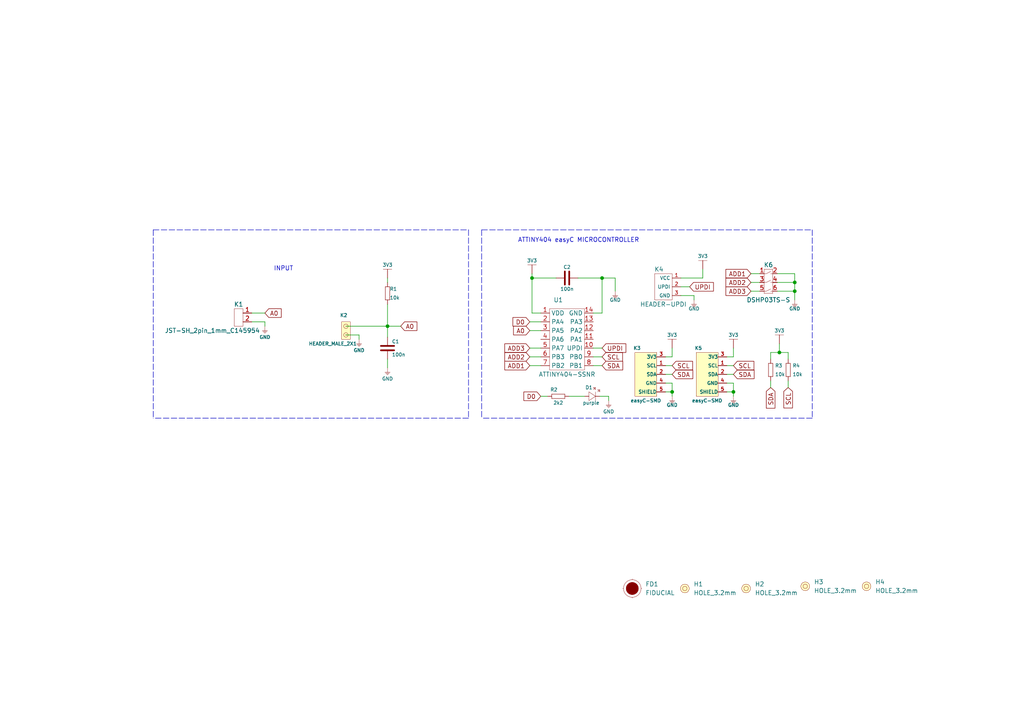
<source format=kicad_sch>
(kicad_sch (version 20211123) (generator eeschema)

  (uuid 48eb87b9-c4c0-4008-807b-b33f5ce894f9)

  (paper "A4")

  (title_block
    (title "Simple fire sensor board with easyC")
    (date "2022-02-14")
    (rev "V1.1.2.")
    (company "SOLDERED")
    (comment 1 "333042")
  )

  (lib_symbols
    (symbol "e-radionica.com schematics:0402LED" (pin_numbers hide) (pin_names (offset 0.254) hide) (in_bom yes) (on_board yes)
      (property "Reference" "D" (id 0) (at -0.635 2.54 0)
        (effects (font (size 1 1)))
      )
      (property "Value" "0402LED" (id 1) (at 0 -2.54 0)
        (effects (font (size 1 1)))
      )
      (property "Footprint" "e-radionica.com footprinti:0402LED" (id 2) (at 0 5.08 0)
        (effects (font (size 1 1)) hide)
      )
      (property "Datasheet" "" (id 3) (at 0 0 0)
        (effects (font (size 1 1)) hide)
      )
      (property "Package" "0402" (id 4) (at 0 0 0)
        (effects (font (size 1.27 1.27)) hide)
      )
      (symbol "0402LED_0_1"
        (polyline
          (pts
            (xy -0.635 1.27)
            (xy 1.27 0)
          )
          (stroke (width 0.0006) (type default) (color 0 0 0 0))
          (fill (type none))
        )
        (polyline
          (pts
            (xy 0.635 1.905)
            (xy 1.27 2.54)
          )
          (stroke (width 0.0006) (type default) (color 0 0 0 0))
          (fill (type none))
        )
        (polyline
          (pts
            (xy 1.27 1.27)
            (xy 1.27 -1.27)
          )
          (stroke (width 0.0006) (type default) (color 0 0 0 0))
          (fill (type none))
        )
        (polyline
          (pts
            (xy 1.905 1.27)
            (xy 2.54 1.905)
          )
          (stroke (width 0.0006) (type default) (color 0 0 0 0))
          (fill (type none))
        )
        (polyline
          (pts
            (xy -0.635 1.27)
            (xy -0.635 -1.27)
            (xy 1.27 0)
          )
          (stroke (width 0.0006) (type default) (color 0 0 0 0))
          (fill (type none))
        )
        (polyline
          (pts
            (xy 1.27 2.54)
            (xy 0.635 2.54)
            (xy 1.27 1.905)
            (xy 1.27 2.54)
          )
          (stroke (width 0.0006) (type default) (color 0 0 0 0))
          (fill (type none))
        )
        (polyline
          (pts
            (xy 2.54 1.905)
            (xy 1.905 1.905)
            (xy 2.54 1.27)
            (xy 2.54 1.905)
          )
          (stroke (width 0.0006) (type default) (color 0 0 0 0))
          (fill (type none))
        )
      )
      (symbol "0402LED_1_1"
        (pin passive line (at -1.905 0 0) (length 1.27)
          (name "A" (effects (font (size 1.27 1.27))))
          (number "1" (effects (font (size 1.27 1.27))))
        )
        (pin passive line (at 2.54 0 180) (length 1.27)
          (name "K" (effects (font (size 1.27 1.27))))
          (number "2" (effects (font (size 1.27 1.27))))
        )
      )
    )
    (symbol "e-radionica.com schematics:0402R" (pin_numbers hide) (pin_names (offset 0.254)) (in_bom yes) (on_board yes)
      (property "Reference" "R" (id 0) (at -1.905 1.27 0)
        (effects (font (size 1 1)))
      )
      (property "Value" "0402R" (id 1) (at 0 -1.27 0)
        (effects (font (size 1 1)))
      )
      (property "Footprint" "e-radionica.com footprinti:0402R" (id 2) (at -2.54 1.905 0)
        (effects (font (size 1 1)) hide)
      )
      (property "Datasheet" "" (id 3) (at -2.54 1.905 0)
        (effects (font (size 1 1)) hide)
      )
      (symbol "0402R_0_1"
        (rectangle (start -1.905 -0.635) (end 1.905 -0.6604)
          (stroke (width 0.1) (type default) (color 0 0 0 0))
          (fill (type none))
        )
        (rectangle (start -1.905 0.635) (end -1.8796 -0.635)
          (stroke (width 0.1) (type default) (color 0 0 0 0))
          (fill (type none))
        )
        (rectangle (start -1.905 0.635) (end 1.905 0.6096)
          (stroke (width 0.1) (type default) (color 0 0 0 0))
          (fill (type none))
        )
        (rectangle (start 1.905 0.635) (end 1.9304 -0.635)
          (stroke (width 0.1) (type default) (color 0 0 0 0))
          (fill (type none))
        )
      )
      (symbol "0402R_1_1"
        (pin passive line (at -3.175 0 0) (length 1.27)
          (name "~" (effects (font (size 1.27 1.27))))
          (number "1" (effects (font (size 1.27 1.27))))
        )
        (pin passive line (at 3.175 0 180) (length 1.27)
          (name "~" (effects (font (size 1.27 1.27))))
          (number "2" (effects (font (size 1.27 1.27))))
        )
      )
    )
    (symbol "e-radionica.com schematics:0603C" (pin_numbers hide) (pin_names (offset 0.002)) (in_bom yes) (on_board yes)
      (property "Reference" "C" (id 0) (at -0.635 3.175 0)
        (effects (font (size 1 1)))
      )
      (property "Value" "0603C" (id 1) (at 0 -3.175 0)
        (effects (font (size 1 1)))
      )
      (property "Footprint" "e-radionica.com footprinti:0603C" (id 2) (at 0 0 0)
        (effects (font (size 1 1)) hide)
      )
      (property "Datasheet" "" (id 3) (at 0 0 0)
        (effects (font (size 1 1)) hide)
      )
      (symbol "0603C_0_1"
        (polyline
          (pts
            (xy -0.635 1.905)
            (xy -0.635 -1.905)
          )
          (stroke (width 0.5) (type default) (color 0 0 0 0))
          (fill (type none))
        )
        (polyline
          (pts
            (xy 0.635 1.905)
            (xy 0.635 -1.905)
          )
          (stroke (width 0.5) (type default) (color 0 0 0 0))
          (fill (type none))
        )
      )
      (symbol "0603C_1_1"
        (pin passive line (at -3.175 0 0) (length 2.54)
          (name "~" (effects (font (size 1.27 1.27))))
          (number "1" (effects (font (size 1.27 1.27))))
        )
        (pin passive line (at 3.175 0 180) (length 2.54)
          (name "~" (effects (font (size 1.27 1.27))))
          (number "2" (effects (font (size 1.27 1.27))))
        )
      )
    )
    (symbol "e-radionica.com schematics:0603R" (pin_numbers hide) (pin_names (offset 0.254)) (in_bom yes) (on_board yes)
      (property "Reference" "R" (id 0) (at -1.905 1.905 0)
        (effects (font (size 1 1)))
      )
      (property "Value" "0603R" (id 1) (at 0 -1.905 0)
        (effects (font (size 1 1)))
      )
      (property "Footprint" "e-radionica.com footprinti:0603R" (id 2) (at -0.635 1.905 0)
        (effects (font (size 1 1)) hide)
      )
      (property "Datasheet" "" (id 3) (at -0.635 1.905 0)
        (effects (font (size 1 1)) hide)
      )
      (symbol "0603R_0_1"
        (rectangle (start -1.905 -0.635) (end 1.905 -0.6604)
          (stroke (width 0.1) (type default) (color 0 0 0 0))
          (fill (type none))
        )
        (rectangle (start -1.905 0.635) (end -1.8796 -0.635)
          (stroke (width 0.1) (type default) (color 0 0 0 0))
          (fill (type none))
        )
        (rectangle (start -1.905 0.635) (end 1.905 0.6096)
          (stroke (width 0.1) (type default) (color 0 0 0 0))
          (fill (type none))
        )
        (rectangle (start 1.905 0.635) (end 1.9304 -0.635)
          (stroke (width 0.1) (type default) (color 0 0 0 0))
          (fill (type none))
        )
      )
      (symbol "0603R_1_1"
        (pin passive line (at -3.175 0 0) (length 1.27)
          (name "~" (effects (font (size 1.27 1.27))))
          (number "1" (effects (font (size 1.27 1.27))))
        )
        (pin passive line (at 3.175 0 180) (length 1.27)
          (name "~" (effects (font (size 1.27 1.27))))
          (number "2" (effects (font (size 1.27 1.27))))
        )
      )
    )
    (symbol "e-radionica.com schematics:3V3" (power) (pin_names (offset 0)) (in_bom yes) (on_board yes)
      (property "Reference" "#PWR" (id 0) (at 4.445 0 0)
        (effects (font (size 1 1)) hide)
      )
      (property "Value" "3V3" (id 1) (at 0 3.556 0)
        (effects (font (size 1 1)))
      )
      (property "Footprint" "" (id 2) (at 4.445 3.81 0)
        (effects (font (size 1 1)) hide)
      )
      (property "Datasheet" "" (id 3) (at 4.445 3.81 0)
        (effects (font (size 1 1)) hide)
      )
      (property "ki_keywords" "power-flag" (id 4) (at 0 0 0)
        (effects (font (size 1.27 1.27)) hide)
      )
      (property "ki_description" "Power symbol creates a global label with name \"+3V3\"" (id 5) (at 0 0 0)
        (effects (font (size 1.27 1.27)) hide)
      )
      (symbol "3V3_0_1"
        (polyline
          (pts
            (xy -1.27 2.54)
            (xy 1.27 2.54)
          )
          (stroke (width 0.0006) (type default) (color 0 0 0 0))
          (fill (type none))
        )
        (polyline
          (pts
            (xy 0 0)
            (xy 0 2.54)
          )
          (stroke (width 0) (type default) (color 0 0 0 0))
          (fill (type none))
        )
      )
      (symbol "3V3_1_1"
        (pin power_in line (at 0 0 90) (length 0) hide
          (name "3V3" (effects (font (size 1.27 1.27))))
          (number "1" (effects (font (size 1.27 1.27))))
        )
      )
    )
    (symbol "e-radionica.com schematics:ATTINY404-SSNR" (in_bom yes) (on_board yes)
      (property "Reference" "U" (id 0) (at -5.08 10.16 0)
        (effects (font (size 1.27 1.27)))
      )
      (property "Value" "ATTINY404-SSNR" (id 1) (at 0 -10.16 0)
        (effects (font (size 1.27 1.27)))
      )
      (property "Footprint" "e-radionica.com footprinti:SOIC-14" (id 2) (at 0 -11.43 0)
        (effects (font (size 1.27 1.27)) hide)
      )
      (property "Datasheet" "" (id 3) (at 0 -2.54 0)
        (effects (font (size 1.27 1.27)) hide)
      )
      (symbol "ATTINY404-SSNR_0_1"
        (rectangle (start -5.08 8.89) (end 5.08 -8.89)
          (stroke (width 0.0006) (type default) (color 0 0 0 0))
          (fill (type none))
        )
      )
      (symbol "ATTINY404-SSNR_1_1"
        (pin power_in line (at -7.62 7.62 0) (length 2.54)
          (name "VDD" (effects (font (size 1.27 1.27))))
          (number "1" (effects (font (size 1.27 1.27))))
        )
        (pin bidirectional line (at 7.62 -2.54 180) (length 2.54)
          (name "UPDI" (effects (font (size 1.27 1.27))))
          (number "10" (effects (font (size 1.27 1.27))))
        )
        (pin bidirectional line (at 7.62 0 180) (length 2.54)
          (name "PA1" (effects (font (size 1.27 1.27))))
          (number "11" (effects (font (size 1.27 1.27))))
        )
        (pin bidirectional line (at 7.62 2.54 180) (length 2.54)
          (name "PA2" (effects (font (size 1.27 1.27))))
          (number "12" (effects (font (size 1.27 1.27))))
        )
        (pin bidirectional line (at 7.62 5.08 180) (length 2.54)
          (name "PA3" (effects (font (size 1.27 1.27))))
          (number "13" (effects (font (size 1.27 1.27))))
        )
        (pin power_in line (at 7.62 7.62 180) (length 2.54)
          (name "GND" (effects (font (size 1.27 1.27))))
          (number "14" (effects (font (size 1.27 1.27))))
        )
        (pin bidirectional line (at -7.62 5.08 0) (length 2.54)
          (name "PA4" (effects (font (size 1.27 1.27))))
          (number "2" (effects (font (size 1.27 1.27))))
        )
        (pin bidirectional line (at -7.62 2.54 0) (length 2.54)
          (name "PA5" (effects (font (size 1.27 1.27))))
          (number "3" (effects (font (size 1.27 1.27))))
        )
        (pin bidirectional line (at -7.62 0 0) (length 2.54)
          (name "PA6" (effects (font (size 1.27 1.27))))
          (number "4" (effects (font (size 1.27 1.27))))
        )
        (pin bidirectional line (at -7.62 -2.54 0) (length 2.54)
          (name "PA7" (effects (font (size 1.27 1.27))))
          (number "5" (effects (font (size 1.27 1.27))))
        )
        (pin bidirectional line (at -7.62 -5.08 0) (length 2.54)
          (name "PB3" (effects (font (size 1.27 1.27))))
          (number "6" (effects (font (size 1.27 1.27))))
        )
        (pin bidirectional line (at -7.62 -7.62 0) (length 2.54)
          (name "PB2" (effects (font (size 1.27 1.27))))
          (number "7" (effects (font (size 1.27 1.27))))
        )
        (pin bidirectional line (at 7.62 -7.62 180) (length 2.54)
          (name "PB1" (effects (font (size 1.27 1.27))))
          (number "8" (effects (font (size 1.27 1.27))))
        )
        (pin bidirectional line (at 7.62 -5.08 180) (length 2.54)
          (name "PB0" (effects (font (size 1.27 1.27))))
          (number "9" (effects (font (size 1.27 1.27))))
        )
      )
    )
    (symbol "e-radionica.com schematics:DSHP03TS-S" (in_bom yes) (on_board yes)
      (property "Reference" "K" (id 0) (at 0 5.08 0)
        (effects (font (size 1.27 1.27)))
      )
      (property "Value" "DSHP03TS-S" (id 1) (at 0 -5.08 0)
        (effects (font (size 1.27 1.27)))
      )
      (property "Footprint" "e-radionica.com footprinti:DSHP03TS-S" (id 2) (at -1.27 -7.62 0)
        (effects (font (size 1.27 1.27)) hide)
      )
      (property "Datasheet" "" (id 3) (at 0 0 0)
        (effects (font (size 1.27 1.27)) hide)
      )
      (property "ki_keywords" "DIP SW SWITCH " (id 4) (at 0 0 0)
        (effects (font (size 1.27 1.27)) hide)
      )
      (symbol "DSHP03TS-S_0_1"
        (rectangle (start -1.27 3.81) (end 1.27 -3.175)
          (stroke (width 0.0006) (type default) (color 0 0 0 0))
          (fill (type none))
        )
        (polyline
          (pts
            (xy 1.27 -2.54)
            (xy 0.635 -2.54)
          )
          (stroke (width 0.0006) (type default) (color 0 0 0 0))
          (fill (type none))
        )
        (polyline
          (pts
            (xy 1.27 0)
            (xy 0.635 0)
          )
          (stroke (width 0.0006) (type default) (color 0 0 0 0))
          (fill (type none))
        )
        (polyline
          (pts
            (xy 1.27 2.54)
            (xy 0.635 2.54)
          )
          (stroke (width 0.0006) (type default) (color 0 0 0 0))
          (fill (type none))
        )
        (polyline
          (pts
            (xy -1.27 -2.54)
            (xy -0.635 -2.54)
            (xy 0.635 -1.905)
          )
          (stroke (width 0.0006) (type default) (color 0 0 0 0))
          (fill (type none))
        )
        (polyline
          (pts
            (xy -1.27 0)
            (xy -0.635 0)
            (xy 0.635 0.635)
          )
          (stroke (width 0.0006) (type default) (color 0 0 0 0))
          (fill (type none))
        )
        (polyline
          (pts
            (xy -1.27 2.54)
            (xy -0.635 2.54)
            (xy 0.635 3.175)
          )
          (stroke (width 0.0006) (type default) (color 0 0 0 0))
          (fill (type none))
        )
      )
      (symbol "DSHP03TS-S_1_1"
        (pin bidirectional line (at -2.54 2.54 0) (length 1.27)
          (name "~" (effects (font (size 1.27 1.27))))
          (number "1" (effects (font (size 1.27 1.27))))
        )
        (pin bidirectional line (at 2.54 2.54 180) (length 1.27)
          (name "~" (effects (font (size 1.27 1.27))))
          (number "2" (effects (font (size 1.27 1.27))))
        )
        (pin bidirectional line (at -2.54 0 0) (length 1.27)
          (name "~" (effects (font (size 1.27 1.27))))
          (number "3" (effects (font (size 1.27 1.27))))
        )
        (pin bidirectional line (at 2.54 0 180) (length 1.27)
          (name "~" (effects (font (size 1.27 1.27))))
          (number "4" (effects (font (size 1.27 1.27))))
        )
        (pin bidirectional line (at -2.54 -2.54 0) (length 1.27)
          (name "~" (effects (font (size 1.27 1.27))))
          (number "5" (effects (font (size 1.27 1.27))))
        )
        (pin bidirectional line (at 2.54 -2.54 180) (length 1.27)
          (name "~" (effects (font (size 1.27 1.27))))
          (number "6" (effects (font (size 1.27 1.27))))
        )
      )
    )
    (symbol "e-radionica.com schematics:FIDUCIAL" (in_bom yes) (on_board yes)
      (property "Reference" "FD" (id 0) (at 0 3.81 0)
        (effects (font (size 1.27 1.27)))
      )
      (property "Value" "FIDUCIAL" (id 1) (at 0 -3.81 0)
        (effects (font (size 1.27 1.27)))
      )
      (property "Footprint" "e-radionica.com footprinti:FIDUCIAL_23" (id 2) (at 0.254 -5.334 0)
        (effects (font (size 1.27 1.27)) hide)
      )
      (property "Datasheet" "" (id 3) (at 0 0 0)
        (effects (font (size 1.27 1.27)) hide)
      )
      (symbol "FIDUCIAL_0_1"
        (polyline
          (pts
            (xy -2.54 0)
            (xy -2.794 0)
          )
          (stroke (width 0.0006) (type default) (color 0 0 0 0))
          (fill (type none))
        )
        (polyline
          (pts
            (xy 0 -2.54)
            (xy 0 -2.794)
          )
          (stroke (width 0.0006) (type default) (color 0 0 0 0))
          (fill (type none))
        )
        (polyline
          (pts
            (xy 0 2.54)
            (xy 0 2.794)
          )
          (stroke (width 0.0006) (type default) (color 0 0 0 0))
          (fill (type none))
        )
        (polyline
          (pts
            (xy 2.54 0)
            (xy 2.794 0)
          )
          (stroke (width 0.0006) (type default) (color 0 0 0 0))
          (fill (type none))
        )
        (circle (center 0 0) (radius 1.7961)
          (stroke (width 0.001) (type default) (color 0 0 0 0))
          (fill (type outline))
        )
        (circle (center 0 0) (radius 2.54)
          (stroke (width 0.0006) (type default) (color 0 0 0 0))
          (fill (type none))
        )
      )
    )
    (symbol "e-radionica.com schematics:GND" (power) (pin_names (offset 0)) (in_bom yes) (on_board yes)
      (property "Reference" "#PWR" (id 0) (at 4.445 0 0)
        (effects (font (size 1 1)) hide)
      )
      (property "Value" "GND" (id 1) (at 0 -2.921 0)
        (effects (font (size 1 1)))
      )
      (property "Footprint" "" (id 2) (at 4.445 3.81 0)
        (effects (font (size 1 1)) hide)
      )
      (property "Datasheet" "" (id 3) (at 4.445 3.81 0)
        (effects (font (size 1 1)) hide)
      )
      (property "ki_keywords" "power-flag" (id 4) (at 0 0 0)
        (effects (font (size 1.27 1.27)) hide)
      )
      (property "ki_description" "Power symbol creates a global label with name \"+3V3\"" (id 5) (at 0 0 0)
        (effects (font (size 1.27 1.27)) hide)
      )
      (symbol "GND_0_1"
        (polyline
          (pts
            (xy -0.762 -1.27)
            (xy 0.762 -1.27)
          )
          (stroke (width 0.0006) (type default) (color 0 0 0 0))
          (fill (type none))
        )
        (polyline
          (pts
            (xy -0.635 -1.524)
            (xy 0.635 -1.524)
          )
          (stroke (width 0.0006) (type default) (color 0 0 0 0))
          (fill (type none))
        )
        (polyline
          (pts
            (xy -0.381 -1.778)
            (xy 0.381 -1.778)
          )
          (stroke (width 0.0006) (type default) (color 0 0 0 0))
          (fill (type none))
        )
        (polyline
          (pts
            (xy -0.127 -2.032)
            (xy 0.127 -2.032)
          )
          (stroke (width 0.0006) (type default) (color 0 0 0 0))
          (fill (type none))
        )
        (polyline
          (pts
            (xy 0 0)
            (xy 0 -1.27)
          )
          (stroke (width 0.0006) (type default) (color 0 0 0 0))
          (fill (type none))
        )
      )
      (symbol "GND_1_1"
        (pin power_in line (at 0 0 270) (length 0) hide
          (name "GND" (effects (font (size 1.27 1.27))))
          (number "1" (effects (font (size 1.27 1.27))))
        )
      )
    )
    (symbol "e-radionica.com schematics:HEADER-UPDI" (in_bom yes) (on_board yes)
      (property "Reference" "K" (id 0) (at -1.27 5.08 0)
        (effects (font (size 1.27 1.27)))
      )
      (property "Value" "HEADER-UPDI" (id 1) (at 0 -5.08 0)
        (effects (font (size 1.27 1.27)))
      )
      (property "Footprint" "e-radionica.com footprinti:HEADER-UPDI" (id 2) (at 2.54 -7.62 0)
        (effects (font (size 1.27 1.27)) hide)
      )
      (property "Datasheet" "" (id 3) (at 2.54 0 0)
        (effects (font (size 1.27 1.27)) hide)
      )
      (symbol "HEADER-UPDI_0_1"
        (rectangle (start -2.54 3.81) (end 2.54 -3.81)
          (stroke (width 0.0006) (type default) (color 0 0 0 0))
          (fill (type none))
        )
      )
      (symbol "HEADER-UPDI_1_1"
        (pin power_in line (at 5.08 2.54 180) (length 2.54)
          (name "VCC" (effects (font (size 1 1))))
          (number "1" (effects (font (size 1 1))))
        )
        (pin bidirectional line (at 5.08 0 180) (length 2.54)
          (name "UPDI" (effects (font (size 1 1))))
          (number "2" (effects (font (size 1 1))))
        )
        (pin power_in line (at 5.08 -2.54 180) (length 2.54)
          (name "GND" (effects (font (size 1 1))))
          (number "3" (effects (font (size 1 1))))
        )
      )
    )
    (symbol "e-radionica.com schematics:HEADER_MALE_2X1" (pin_numbers hide) (pin_names hide) (in_bom yes) (on_board yes)
      (property "Reference" "K" (id 0) (at -1.27 5.08 0)
        (effects (font (size 1 1)))
      )
      (property "Value" "HEADER_MALE_2X1" (id 1) (at 0 -2.54 0)
        (effects (font (size 1 1)))
      )
      (property "Footprint" "e-radionica.com footprinti:HEADER_MALE_2X1" (id 2) (at 0 0 0)
        (effects (font (size 1 1)) hide)
      )
      (property "Datasheet" "" (id 3) (at 0 0 0)
        (effects (font (size 1 1)) hide)
      )
      (symbol "HEADER_MALE_2X1_0_1"
        (circle (center 0 0) (radius 0.635)
          (stroke (width 0.0006) (type default) (color 0 0 0 0))
          (fill (type none))
        )
        (circle (center 0 2.54) (radius 0.635)
          (stroke (width 0.0006) (type default) (color 0 0 0 0))
          (fill (type none))
        )
        (rectangle (start 1.27 -1.27) (end -1.27 3.81)
          (stroke (width 0.001) (type default) (color 0 0 0 0))
          (fill (type background))
        )
      )
      (symbol "HEADER_MALE_2X1_1_1"
        (pin passive line (at 0 0 180) (length 0)
          (name "~" (effects (font (size 1 1))))
          (number "1" (effects (font (size 1 1))))
        )
        (pin passive line (at 0 2.54 180) (length 0)
          (name "~" (effects (font (size 1 1))))
          (number "2" (effects (font (size 1 1))))
        )
      )
    )
    (symbol "e-radionica.com schematics:HOLE_3.2mm" (pin_numbers hide) (pin_names hide) (in_bom yes) (on_board yes)
      (property "Reference" "H" (id 0) (at 0 2.54 0)
        (effects (font (size 1.27 1.27)))
      )
      (property "Value" "HOLE_3.2mm" (id 1) (at 0 -2.54 0)
        (effects (font (size 1.27 1.27)))
      )
      (property "Footprint" "e-radionica.com footprinti:HOLE_3.2mm" (id 2) (at 0 0 0)
        (effects (font (size 1.27 1.27)) hide)
      )
      (property "Datasheet" "" (id 3) (at 0 0 0)
        (effects (font (size 1.27 1.27)) hide)
      )
      (symbol "HOLE_3.2mm_0_1"
        (circle (center 0 0) (radius 0.635)
          (stroke (width 0.0006) (type default) (color 0 0 0 0))
          (fill (type none))
        )
        (circle (center 0 0) (radius 1.27)
          (stroke (width 0.001) (type default) (color 0 0 0 0))
          (fill (type background))
        )
      )
    )
    (symbol "e-radionica.com schematics:JST-SH_2pin_1mm_C145954" (in_bom yes) (on_board yes)
      (property "Reference" "K" (id 0) (at 0 5.715 0)
        (effects (font (size 1.27 1.27)))
      )
      (property "Value" "JST-SH_2pin_1mm_C145954" (id 1) (at 0 -3.81 0)
        (effects (font (size 1.27 1.27)))
      )
      (property "Footprint" "e-radionica.com footprinti:JST-SH_2pin_1mm_C145954" (id 2) (at 0 0 0)
        (effects (font (size 1.27 1.27)) hide)
      )
      (property "Datasheet" "" (id 3) (at 0 0 0)
        (effects (font (size 1.27 1.27)) hide)
      )
      (symbol "JST-SH_2pin_1mm_C145954_0_1"
        (rectangle (start 1.27 -2.54) (end -1.27 2.54)
          (stroke (width 0.0006) (type default) (color 0 0 0 0))
          (fill (type none))
        )
      )
      (symbol "JST-SH_2pin_1mm_C145954_1_1"
        (pin passive line (at 3.81 1.27 180) (length 2.54)
          (name "" (effects (font (size 1.27 1.27))))
          (number "1" (effects (font (size 1.27 1.27))))
        )
        (pin passive line (at 3.81 -1.27 180) (length 2.54)
          (name "" (effects (font (size 1.27 1.27))))
          (number "2" (effects (font (size 1.27 1.27))))
        )
      )
    )
    (symbol "e-radionica.com schematics:easyC-SMD" (pin_names (offset 0.002)) (in_bom yes) (on_board yes)
      (property "Reference" "K" (id 0) (at -2.54 10.16 0)
        (effects (font (size 1 1)))
      )
      (property "Value" "easyC-SMD" (id 1) (at 0 -5.08 0)
        (effects (font (size 1 1)))
      )
      (property "Footprint" "e-radionica.com footprinti:easyC-connector" (id 2) (at 3.175 2.54 0)
        (effects (font (size 1 1)) hide)
      )
      (property "Datasheet" "" (id 3) (at 3.175 2.54 0)
        (effects (font (size 1 1)) hide)
      )
      (symbol "easyC-SMD_0_1"
        (rectangle (start -3.175 8.89) (end 3.175 -3.81)
          (stroke (width 0.001) (type default) (color 0 0 0 0))
          (fill (type background))
        )
      )
      (symbol "easyC-SMD_1_1"
        (pin passive line (at 5.715 5.08 180) (length 2.54)
          (name "SCL" (effects (font (size 1 1))))
          (number "1" (effects (font (size 1 1))))
        )
        (pin passive line (at 5.715 2.54 180) (length 2.54)
          (name "SDA" (effects (font (size 1 1))))
          (number "2" (effects (font (size 1 1))))
        )
        (pin passive line (at 5.715 7.62 180) (length 2.54)
          (name "3V3" (effects (font (size 1 1))))
          (number "3" (effects (font (size 1 1))))
        )
        (pin passive line (at 5.715 0 180) (length 2.54)
          (name "GND" (effects (font (size 1 1))))
          (number "4" (effects (font (size 1 1))))
        )
        (pin passive line (at 5.715 -2.54 180) (length 2.54)
          (name "SHIELD" (effects (font (size 1 1))))
          (number "5" (effects (font (size 1 1))))
        )
      )
    )
  )

  (junction (at 226.06 102.235) (diameter 0.9144) (color 0 0 0 0)
    (uuid 0b21a65d-d20b-411e-920a-75c343ac5136)
  )
  (junction (at 194.945 113.665) (diameter 0.9144) (color 0 0 0 0)
    (uuid 0f22151c-f260-4674-b486-4710a2c42a55)
  )
  (junction (at 174.625 80.645) (diameter 0.9144) (color 0 0 0 0)
    (uuid 1831fb37-1c5d-42c4-b898-151be6fca9dc)
  )
  (junction (at 230.505 81.915) (diameter 0.9144) (color 0 0 0 0)
    (uuid 3cd1bda0-18db-417d-b581-a0c50623df68)
  )
  (junction (at 154.305 80.645) (diameter 0.9144) (color 0 0 0 0)
    (uuid 9340c285-5767-42d5-8b6d-63fe2a40ddf3)
  )
  (junction (at 112.395 94.615) (diameter 0.9144) (color 0 0 0 0)
    (uuid c41b3c8b-634e-435a-b582-96b83bbd4032)
  )
  (junction (at 230.505 84.455) (diameter 0.9144) (color 0 0 0 0)
    (uuid d57dcfee-5058-4fc2-a68b-05f9a48f685b)
  )
  (junction (at 212.725 113.665) (diameter 0.9144) (color 0 0 0 0)
    (uuid fe8d9267-7834-48d6-a191-c8724b2ee78d)
  )

  (wire (pts (xy 153.67 106.045) (xy 156.845 106.045))
    (stroke (width 0) (type solid) (color 0 0 0 0))
    (uuid 0d9808a5-5ebe-4d3a-8238-3c1370fbe1ae)
  )
  (polyline (pts (xy 135.89 121.285) (xy 44.45 121.285))
    (stroke (width 0) (type dash) (color 0 0 0 0))
    (uuid 0eff9d40-eb8b-478e-a915-614f9827ff04)
  )
  (polyline (pts (xy 44.45 66.675) (xy 44.45 121.285))
    (stroke (width 0) (type dash) (color 0 0 0 0))
    (uuid 111d1c87-1852-4755-8a86-9e7351d5f2e4)
  )

  (wire (pts (xy 193.04 108.585) (xy 194.945 108.585))
    (stroke (width 0) (type solid) (color 0 0 0 0))
    (uuid 135ceb15-1df0-48a6-9202-a37c01b84f9a)
  )
  (wire (pts (xy 112.395 94.615) (xy 116.205 94.615))
    (stroke (width 0) (type solid) (color 0 0 0 0))
    (uuid 151ec4f7-5905-4d3c-bb74-026515353466)
  )
  (wire (pts (xy 193.04 103.505) (xy 194.945 103.505))
    (stroke (width 0) (type solid) (color 0 0 0 0))
    (uuid 16032b62-7ec0-4057-ae52-523501db9af8)
  )
  (wire (pts (xy 154.305 90.805) (xy 154.305 80.645))
    (stroke (width 0) (type solid) (color 0 0 0 0))
    (uuid 17f861f3-e618-4a08-bc99-36230ce76323)
  )
  (wire (pts (xy 194.945 111.125) (xy 194.945 113.665))
    (stroke (width 0) (type solid) (color 0 0 0 0))
    (uuid 19802bbb-cf67-471a-8d27-59f10f1160f0)
  )
  (wire (pts (xy 194.945 103.505) (xy 194.945 100.965))
    (stroke (width 0) (type solid) (color 0 0 0 0))
    (uuid 24a4becf-5fd5-4aaf-bb60-9f0d15654009)
  )
  (wire (pts (xy 225.425 79.375) (xy 230.505 79.375))
    (stroke (width 0) (type solid) (color 0 0 0 0))
    (uuid 26c0c636-7a93-4f85-bcd4-d5623a0ae011)
  )
  (wire (pts (xy 197.485 85.725) (xy 201.295 85.725))
    (stroke (width 0) (type solid) (color 0 0 0 0))
    (uuid 27d38adf-275f-49c1-81e2-3f7f252a9f7c)
  )
  (wire (pts (xy 203.835 80.645) (xy 203.835 78.105))
    (stroke (width 0) (type solid) (color 0 0 0 0))
    (uuid 28022833-f7c0-4628-93a4-4b28aa36c907)
  )
  (wire (pts (xy 225.425 81.915) (xy 230.505 81.915))
    (stroke (width 0) (type solid) (color 0 0 0 0))
    (uuid 2934d152-1620-423b-a303-86f677e01eb3)
  )
  (polyline (pts (xy 235.585 66.675) (xy 235.585 121.285))
    (stroke (width 0) (type dash) (color 0 0 0 0))
    (uuid 2f96005f-ec3a-4ed6-90b3-a2b6236cb704)
  )
  (polyline (pts (xy 139.7 66.675) (xy 235.585 66.675))
    (stroke (width 0) (type dash) (color 0 0 0 0))
    (uuid 30539df0-cce3-4e14-8fd8-19d35c65b007)
  )

  (wire (pts (xy 212.725 103.505) (xy 212.725 100.965))
    (stroke (width 0) (type solid) (color 0 0 0 0))
    (uuid 313054f2-e1fc-4fb5-881b-f0018122a5cc)
  )
  (wire (pts (xy 153.67 103.505) (xy 156.845 103.505))
    (stroke (width 0) (type solid) (color 0 0 0 0))
    (uuid 3230fd64-8598-4682-8de8-d0b580564743)
  )
  (wire (pts (xy 156.845 90.805) (xy 154.305 90.805))
    (stroke (width 0) (type solid) (color 0 0 0 0))
    (uuid 32515017-1b96-4909-9749-6dd5a9bf45f0)
  )
  (wire (pts (xy 112.395 88.265) (xy 112.395 94.615))
    (stroke (width 0) (type solid) (color 0 0 0 0))
    (uuid 33fd80db-678d-477b-b2ca-bf8237662b6d)
  )
  (wire (pts (xy 112.395 94.615) (xy 112.395 97.79))
    (stroke (width 0) (type solid) (color 0 0 0 0))
    (uuid 33fd80db-678d-477b-b2ca-bf8237662b6e)
  )
  (wire (pts (xy 174.625 80.645) (xy 174.625 90.805))
    (stroke (width 0) (type solid) (color 0 0 0 0))
    (uuid 34d0a3f4-913d-4910-8339-f8175dd74f28)
  )
  (wire (pts (xy 76.835 93.345) (xy 76.835 94.615))
    (stroke (width 0) (type solid) (color 0 0 0 0))
    (uuid 3a2d0333-f560-406f-b1a0-a5e893771f65)
  )
  (wire (pts (xy 193.04 113.665) (xy 194.945 113.665))
    (stroke (width 0) (type solid) (color 0 0 0 0))
    (uuid 3aaa5c8a-1e7d-4438-9c2d-f5de86a8eddd)
  )
  (wire (pts (xy 217.805 81.915) (xy 220.345 81.915))
    (stroke (width 0) (type solid) (color 0 0 0 0))
    (uuid 3ea4abb9-e394-492c-b14e-5bf25a0d8872)
  )
  (wire (pts (xy 210.82 108.585) (xy 212.725 108.585))
    (stroke (width 0) (type solid) (color 0 0 0 0))
    (uuid 40bf2330-48b6-4607-b56c-641df6d881b6)
  )
  (polyline (pts (xy 235.585 121.285) (xy 139.7 121.285))
    (stroke (width 0) (type dash) (color 0 0 0 0))
    (uuid 41d20c07-64d2-4cf9-b53b-82ed61d979d5)
  )

  (wire (pts (xy 154.305 80.645) (xy 154.305 79.375))
    (stroke (width 0) (type solid) (color 0 0 0 0))
    (uuid 4a29ea24-1497-4996-9334-dee288904dff)
  )
  (wire (pts (xy 194.945 113.665) (xy 194.945 114.935))
    (stroke (width 0) (type solid) (color 0 0 0 0))
    (uuid 527c4304-3adc-4378-909a-e8a8cab32605)
  )
  (wire (pts (xy 153.67 95.885) (xy 156.845 95.885))
    (stroke (width 0) (type solid) (color 0 0 0 0))
    (uuid 55fdb938-a1ae-4ab3-afd8-1e6041c8e013)
  )
  (wire (pts (xy 210.82 103.505) (xy 212.725 103.505))
    (stroke (width 0) (type solid) (color 0 0 0 0))
    (uuid 567ec1fc-5ccf-49a7-b7d0-97425e66ddca)
  )
  (wire (pts (xy 228.6 102.235) (xy 226.06 102.235))
    (stroke (width 0) (type solid) (color 0 0 0 0))
    (uuid 577f5d00-87ad-42a3-bf98-72a44becb5f5)
  )
  (wire (pts (xy 223.52 104.14) (xy 223.52 102.235))
    (stroke (width 0) (type solid) (color 0 0 0 0))
    (uuid 5fb4cc96-15eb-45f4-9c80-1eccead12419)
  )
  (wire (pts (xy 212.725 111.125) (xy 212.725 113.665))
    (stroke (width 0) (type solid) (color 0 0 0 0))
    (uuid 64d9000b-c4ae-4c71-96b6-312d0b97a2dc)
  )
  (wire (pts (xy 225.425 84.455) (xy 230.505 84.455))
    (stroke (width 0) (type solid) (color 0 0 0 0))
    (uuid 66ce4891-1b14-4c6b-9fac-53e2d8f03e49)
  )
  (wire (pts (xy 197.485 80.645) (xy 203.835 80.645))
    (stroke (width 0) (type solid) (color 0 0 0 0))
    (uuid 6901a0d0-ed11-4b67-9fbe-f381980fe942)
  )
  (wire (pts (xy 223.52 110.49) (xy 223.52 112.395))
    (stroke (width 0) (type solid) (color 0 0 0 0))
    (uuid 6d0965a4-60a4-4906-8141-23240cabfd26)
  )
  (wire (pts (xy 112.395 81.915) (xy 112.395 80.645))
    (stroke (width 0) (type solid) (color 0 0 0 0))
    (uuid 71284a90-bd3c-4d98-b382-3e5eeff9407c)
  )
  (wire (pts (xy 223.52 102.235) (xy 226.06 102.235))
    (stroke (width 0) (type solid) (color 0 0 0 0))
    (uuid 73344c26-a199-44af-9d01-4196f6073a42)
  )
  (wire (pts (xy 212.725 113.665) (xy 212.725 114.935))
    (stroke (width 0) (type solid) (color 0 0 0 0))
    (uuid 76a61ba5-f729-47c9-8fc2-a73b9f1355f4)
  )
  (wire (pts (xy 156.845 114.935) (xy 158.75 114.935))
    (stroke (width 0) (type solid) (color 0 0 0 0))
    (uuid 7e9ab479-24f5-458c-9c65-fb3a88e3ac95)
  )
  (wire (pts (xy 230.505 79.375) (xy 230.505 81.915))
    (stroke (width 0) (type solid) (color 0 0 0 0))
    (uuid 800adca4-20a2-4847-99f1-74d29ad49e2b)
  )
  (wire (pts (xy 176.53 114.935) (xy 176.53 116.205))
    (stroke (width 0) (type solid) (color 0 0 0 0))
    (uuid 85b6712b-0286-4a10-a9d2-881449e8f469)
  )
  (wire (pts (xy 165.1 114.935) (xy 169.545 114.935))
    (stroke (width 0) (type solid) (color 0 0 0 0))
    (uuid 8b1f9cd6-d650-4598-829d-646a0d28e499)
  )
  (wire (pts (xy 178.435 80.645) (xy 178.435 84.455))
    (stroke (width 0) (type solid) (color 0 0 0 0))
    (uuid 8e6b36b5-a17a-4eff-a1a5-b6714de659f1)
  )
  (wire (pts (xy 217.805 84.455) (xy 220.345 84.455))
    (stroke (width 0) (type solid) (color 0 0 0 0))
    (uuid 926bfb3b-f75c-4777-acab-3badf5b95d26)
  )
  (wire (pts (xy 100.33 97.155) (xy 104.14 97.155))
    (stroke (width 0) (type solid) (color 0 0 0 0))
    (uuid 9445ce53-9baa-4a7a-8a69-715f5a95df92)
  )
  (wire (pts (xy 230.505 84.455) (xy 230.505 86.995))
    (stroke (width 0) (type solid) (color 0 0 0 0))
    (uuid 946205a7-9997-4c6f-a18e-964ddce7af3f)
  )
  (wire (pts (xy 226.06 102.235) (xy 226.06 99.695))
    (stroke (width 0) (type solid) (color 0 0 0 0))
    (uuid 96f74fb7-2d45-465e-b015-73ccda2c1cee)
  )
  (wire (pts (xy 230.505 81.915) (xy 230.505 84.455))
    (stroke (width 0) (type solid) (color 0 0 0 0))
    (uuid 9b475a14-5a81-4f42-92f2-1ca43840053d)
  )
  (wire (pts (xy 210.82 113.665) (xy 212.725 113.665))
    (stroke (width 0) (type solid) (color 0 0 0 0))
    (uuid 9c2d5fe3-b562-4293-964a-8c66d1510256)
  )
  (wire (pts (xy 174.625 90.805) (xy 172.085 90.805))
    (stroke (width 0) (type solid) (color 0 0 0 0))
    (uuid 9d1d4b87-b620-452d-8bbb-55efe6a6a053)
  )
  (wire (pts (xy 167.64 80.645) (xy 174.625 80.645))
    (stroke (width 0) (type solid) (color 0 0 0 0))
    (uuid 9d27e6bd-b0c4-4472-9527-c3f4906c0a78)
  )
  (wire (pts (xy 112.395 104.14) (xy 112.395 106.68))
    (stroke (width 0) (type solid) (color 0 0 0 0))
    (uuid 9de8b65a-7a50-4877-8272-58bfc27515ca)
  )
  (polyline (pts (xy 44.45 66.675) (xy 135.89 66.675))
    (stroke (width 0) (type dash) (color 0 0 0 0))
    (uuid 9e1458ce-86e2-4d31-86ce-c0dad3c275cd)
  )

  (wire (pts (xy 197.485 83.185) (xy 200.025 83.185))
    (stroke (width 0) (type solid) (color 0 0 0 0))
    (uuid a015df6e-6191-41df-8bd8-95abd8c9e95e)
  )
  (wire (pts (xy 153.67 100.965) (xy 156.845 100.965))
    (stroke (width 0) (type solid) (color 0 0 0 0))
    (uuid a51efa6f-88d6-4df7-8795-b487bb903db3)
  )
  (polyline (pts (xy 139.7 66.675) (xy 139.7 121.285))
    (stroke (width 0) (type dash) (color 0 0 0 0))
    (uuid ad639d08-3b5b-426d-b7ba-0d41d30916f2)
  )

  (wire (pts (xy 172.085 100.965) (xy 174.625 100.965))
    (stroke (width 0) (type solid) (color 0 0 0 0))
    (uuid b1e7ee57-c122-4d9b-aca5-518ccf71de45)
  )
  (wire (pts (xy 228.6 104.14) (xy 228.6 102.235))
    (stroke (width 0) (type solid) (color 0 0 0 0))
    (uuid b5c5408a-9ec5-47e0-9176-205b975ffbbd)
  )
  (wire (pts (xy 210.82 111.125) (xy 212.725 111.125))
    (stroke (width 0) (type solid) (color 0 0 0 0))
    (uuid b6325c24-3b4e-4f71-9fc6-a768473ee3e4)
  )
  (wire (pts (xy 217.805 79.375) (xy 220.345 79.375))
    (stroke (width 0) (type solid) (color 0 0 0 0))
    (uuid b7feaa97-020b-4d1b-90a3-74a4f67c3ef2)
  )
  (wire (pts (xy 173.99 114.935) (xy 176.53 114.935))
    (stroke (width 0) (type solid) (color 0 0 0 0))
    (uuid b8f28d5a-4b44-4a2d-a195-bd3384cd65d7)
  )
  (wire (pts (xy 172.085 106.045) (xy 174.625 106.045))
    (stroke (width 0) (type solid) (color 0 0 0 0))
    (uuid b95817b1-9cd7-41c1-9a01-913ef7491916)
  )
  (wire (pts (xy 73.025 93.345) (xy 76.835 93.345))
    (stroke (width 0) (type solid) (color 0 0 0 0))
    (uuid bd9b9023-e92e-4fbd-afdf-bb8117773d70)
  )
  (wire (pts (xy 161.29 80.645) (xy 154.305 80.645))
    (stroke (width 0) (type solid) (color 0 0 0 0))
    (uuid c2d6c70b-e525-4289-ae55-01add762c487)
  )
  (wire (pts (xy 228.6 110.49) (xy 228.6 112.395))
    (stroke (width 0) (type solid) (color 0 0 0 0))
    (uuid cb503845-9e83-4ff3-b796-43c696b0b876)
  )
  (wire (pts (xy 193.04 106.045) (xy 194.945 106.045))
    (stroke (width 0) (type solid) (color 0 0 0 0))
    (uuid df4b4017-b2ac-4e13-bedf-5f5c503407ad)
  )
  (wire (pts (xy 73.025 90.805) (xy 76.835 90.805))
    (stroke (width 0) (type solid) (color 0 0 0 0))
    (uuid e2659221-f27f-4031-8aff-2ce1cefc59cf)
  )
  (wire (pts (xy 100.33 94.615) (xy 112.395 94.615))
    (stroke (width 0) (type solid) (color 0 0 0 0))
    (uuid e7c19c9f-bc08-455d-b0ba-b8ca3392132f)
  )
  (polyline (pts (xy 135.89 66.675) (xy 135.89 121.285))
    (stroke (width 0) (type dash) (color 0 0 0 0))
    (uuid ea11fb5c-72fb-4abf-8264-64ef949c6ec5)
  )

  (wire (pts (xy 172.085 103.505) (xy 174.625 103.505))
    (stroke (width 0) (type solid) (color 0 0 0 0))
    (uuid ebf77a31-98f4-4dbe-9475-c64442d9b92e)
  )
  (wire (pts (xy 210.82 106.045) (xy 212.725 106.045))
    (stroke (width 0) (type solid) (color 0 0 0 0))
    (uuid ec54d369-29f8-4d0b-a48a-6afcb451a9fa)
  )
  (wire (pts (xy 174.625 80.645) (xy 178.435 80.645))
    (stroke (width 0) (type solid) (color 0 0 0 0))
    (uuid ec971691-6ee0-4c2a-9e88-06cbe0d2fa1b)
  )
  (wire (pts (xy 201.295 85.725) (xy 201.295 86.995))
    (stroke (width 0) (type solid) (color 0 0 0 0))
    (uuid ee39448d-6e34-4c4b-b9e9-56a810b8a308)
  )
  (wire (pts (xy 153.67 93.345) (xy 156.845 93.345))
    (stroke (width 0) (type solid) (color 0 0 0 0))
    (uuid fad7d531-1efc-442f-a95b-61cb85f60d16)
  )
  (wire (pts (xy 193.04 111.125) (xy 194.945 111.125))
    (stroke (width 0) (type solid) (color 0 0 0 0))
    (uuid fb8d4782-43d8-49fd-9787-f20eb3d0b2f2)
  )
  (wire (pts (xy 104.14 97.155) (xy 104.14 98.425))
    (stroke (width 0) (type solid) (color 0 0 0 0))
    (uuid fd9e9901-a6a6-45b8-ba9b-c2f38bb8031e)
  )

  (text "INPUT" (at 85.09 78.74 180)
    (effects (font (size 1.27 1.27)) (justify right bottom))
    (uuid 1d7d9069-8d3f-4a1c-988e-08cab65e8554)
  )
  (text "ATTINY404 easyC MICROCONTROLLER" (at 185.42 70.485 180)
    (effects (font (size 1.27 1.27)) (justify right bottom))
    (uuid a70e1778-f249-49b5-94f3-f4c070ddfb72)
  )

  (global_label "D0" (shape input) (at 153.67 93.345 180)
    (effects (font (size 1.27 1.27)) (justify right))
    (uuid 09bea0ea-7f1b-43a2-8700-172a53cc5844)
    (property "Intersheet References" "${INTERSHEET_REFS}" (id 0) (at 147.2534 93.2656 0)
      (effects (font (size 1.27 1.27)) (justify right) hide)
    )
  )
  (global_label "ADD1" (shape input) (at 153.67 106.045 180)
    (effects (font (size 1.27 1.27)) (justify right))
    (uuid 0a2ffd60-b663-4d58-848a-2591da30501a)
    (property "Intersheet References" "${INTERSHEET_REFS}" (id 0) (at 144.8948 105.9656 0)
      (effects (font (size 1.27 1.27)) (justify right) hide)
    )
  )
  (global_label "ADD1" (shape input) (at 217.805 79.375 180)
    (effects (font (size 1.27 1.27)) (justify right))
    (uuid 0e45e4fe-8025-4ca3-a0bc-808fa0238f48)
    (property "Intersheet References" "${INTERSHEET_REFS}" (id 0) (at 209.0298 79.2956 0)
      (effects (font (size 1.27 1.27)) (justify right) hide)
    )
  )
  (global_label "SDA" (shape input) (at 174.625 106.045 0)
    (effects (font (size 1.27 1.27)) (justify left))
    (uuid 24c58e55-ec85-42d5-9b41-fc1066c6cc61)
    (property "Intersheet References" "${INTERSHEET_REFS}" (id 0) (at 182.1302 106.1244 0)
      (effects (font (size 1.27 1.27)) (justify left) hide)
    )
  )
  (global_label "A0" (shape input) (at 76.835 90.805 0)
    (effects (font (size 1.27 1.27)) (justify left))
    (uuid 26a1fcdd-0cbc-44ae-94a1-2625854f9e30)
    (property "Intersheet References" "${INTERSHEET_REFS}" (id 0) (at 83.0702 90.7256 0)
      (effects (font (size 1.27 1.27)) (justify left) hide)
    )
  )
  (global_label "ADD2" (shape input) (at 153.67 103.505 180)
    (effects (font (size 1.27 1.27)) (justify right))
    (uuid 32f0e9d0-4788-4809-9f91-a29f8a72b122)
    (property "Intersheet References" "${INTERSHEET_REFS}" (id 0) (at 144.8948 103.4256 0)
      (effects (font (size 1.27 1.27)) (justify right) hide)
    )
  )
  (global_label "ADD3" (shape input) (at 217.805 84.455 180)
    (effects (font (size 1.27 1.27)) (justify right))
    (uuid 335172fa-9253-40f9-b170-b577ab955157)
    (property "Intersheet References" "${INTERSHEET_REFS}" (id 0) (at 209.0298 84.3756 0)
      (effects (font (size 1.27 1.27)) (justify right) hide)
    )
  )
  (global_label "SDA" (shape input) (at 212.725 108.585 0)
    (effects (font (size 1.27 1.27)) (justify left))
    (uuid 39140021-4d9b-4480-8884-f2cbdee91c85)
    (property "Intersheet References" "${INTERSHEET_REFS}" (id 0) (at 220.2302 108.5056 0)
      (effects (font (size 1.27 1.27)) (justify left) hide)
    )
  )
  (global_label "ADD2" (shape input) (at 217.805 81.915 180)
    (effects (font (size 1.27 1.27)) (justify right))
    (uuid 41c78b74-9264-4b32-8603-9406eb021e52)
    (property "Intersheet References" "${INTERSHEET_REFS}" (id 0) (at 209.0298 81.8356 0)
      (effects (font (size 1.27 1.27)) (justify right) hide)
    )
  )
  (global_label "SDA" (shape input) (at 223.52 112.395 270)
    (effects (font (size 1.27 1.27)) (justify right))
    (uuid 4bad6afa-f5bf-4e9b-897a-0d0e0afb35aa)
    (property "Intersheet References" "${INTERSHEET_REFS}" (id 0) (at 223.4406 119.9002 90)
      (effects (font (size 1.27 1.27)) (justify right) hide)
    )
  )
  (global_label "A0" (shape input) (at 153.67 95.885 180)
    (effects (font (size 1.27 1.27)) (justify right))
    (uuid 5a524fd2-af0c-41b5-b489-9894f0d2179c)
    (property "Intersheet References" "${INTERSHEET_REFS}" (id 0) (at 147.4348 95.8056 0)
      (effects (font (size 1.27 1.27)) (justify right) hide)
    )
  )
  (global_label "SCL" (shape input) (at 194.945 106.045 0)
    (effects (font (size 1.27 1.27)) (justify left))
    (uuid 6979241f-6e5d-42e0-86af-c6fc84c634a3)
    (property "Intersheet References" "${INTERSHEET_REFS}" (id 0) (at 202.3897 105.9656 0)
      (effects (font (size 1.27 1.27)) (justify left) hide)
    )
  )
  (global_label "SCL" (shape input) (at 228.6 112.395 270)
    (effects (font (size 1.27 1.27)) (justify right))
    (uuid 6bff219e-d2f2-41b5-bdfa-c3cf7884c98d)
    (property "Intersheet References" "${INTERSHEET_REFS}" (id 0) (at 228.6794 119.8397 90)
      (effects (font (size 1.27 1.27)) (justify right) hide)
    )
  )
  (global_label "UPDI" (shape input) (at 200.025 83.185 0)
    (effects (font (size 1.27 1.27)) (justify left))
    (uuid 8174fa37-86a4-4dde-b6af-d8abdbcda4b4)
    (property "Intersheet References" "${INTERSHEET_REFS}" (id 0) (at 208.4373 83.1056 0)
      (effects (font (size 1.27 1.27)) (justify left) hide)
    )
  )
  (global_label "ADD3" (shape input) (at 153.67 100.965 180)
    (effects (font (size 1.27 1.27)) (justify right))
    (uuid 9b2d8e29-a5cf-4ad4-8a79-11601f273987)
    (property "Intersheet References" "${INTERSHEET_REFS}" (id 0) (at 144.8948 100.8856 0)
      (effects (font (size 1.27 1.27)) (justify right) hide)
    )
  )
  (global_label "SDA" (shape input) (at 194.945 108.585 0)
    (effects (font (size 1.27 1.27)) (justify left))
    (uuid a5effcf0-f374-4fd8-8643-4a382c5d0239)
    (property "Intersheet References" "${INTERSHEET_REFS}" (id 0) (at 202.4502 108.5056 0)
      (effects (font (size 1.27 1.27)) (justify left) hide)
    )
  )
  (global_label "A0" (shape input) (at 116.205 94.615 0)
    (effects (font (size 1.27 1.27)) (justify left))
    (uuid b976eaa0-374e-4400-b9a4-34d212e61272)
    (property "Intersheet References" "${INTERSHEET_REFS}" (id 0) (at 122.4402 94.5356 0)
      (effects (font (size 1.27 1.27)) (justify left) hide)
    )
  )
  (global_label "SCL" (shape input) (at 212.725 106.045 0)
    (effects (font (size 1.27 1.27)) (justify left))
    (uuid c08cf6bf-51ec-4fbe-af5d-4ba1a8b211a4)
    (property "Intersheet References" "${INTERSHEET_REFS}" (id 0) (at 220.1697 105.9656 0)
      (effects (font (size 1.27 1.27)) (justify left) hide)
    )
  )
  (global_label "SCL" (shape input) (at 174.625 103.505 0)
    (effects (font (size 1.27 1.27)) (justify left))
    (uuid ea819a26-a28c-4d65-93cc-cf441d1146d5)
    (property "Intersheet References" "${INTERSHEET_REFS}" (id 0) (at 182.0697 103.4256 0)
      (effects (font (size 1.27 1.27)) (justify left) hide)
    )
  )
  (global_label "D0" (shape input) (at 156.845 114.935 180)
    (effects (font (size 1.27 1.27)) (justify right))
    (uuid f79a6999-d600-4515-bc92-737cb9624718)
    (property "Intersheet References" "${INTERSHEET_REFS}" (id 0) (at 150.4284 114.8556 0)
      (effects (font (size 1.27 1.27)) (justify right) hide)
    )
  )
  (global_label "UPDI" (shape input) (at 174.625 100.965 0)
    (effects (font (size 1.27 1.27)) (justify left))
    (uuid f898734b-4d47-47c6-a6b2-fc9726202e39)
    (property "Intersheet References" "${INTERSHEET_REFS}" (id 0) (at 183.0373 100.8856 0)
      (effects (font (size 1.27 1.27)) (justify left) hide)
    )
  )

  (symbol (lib_id "e-radionica.com schematics:0603R") (at 223.52 107.315 90) (unit 1)
    (in_bom yes) (on_board yes)
    (uuid 05435fb4-253d-4a78-9ede-c6c9e5a7b43c)
    (property "Reference" "R3" (id 0) (at 224.79 106.045 90)
      (effects (font (size 1 1)) (justify right))
    )
    (property "Value" "10k" (id 1) (at 224.79 108.585 90)
      (effects (font (size 1 1)) (justify right))
    )
    (property "Footprint" "e-radionica.com footprinti:0603R" (id 2) (at 221.615 107.95 0)
      (effects (font (size 1 1)) hide)
    )
    (property "Datasheet" "" (id 3) (at 221.615 107.95 0)
      (effects (font (size 1 1)) hide)
    )
    (pin "1" (uuid a8c5e7dc-86d0-4490-9304-3baefec916c3))
    (pin "2" (uuid 84ae3df0-d605-45dc-879f-2ff4029f2dd1))
  )

  (symbol (lib_id "e-radionica.com schematics:0603C") (at 164.465 80.645 0) (unit 1)
    (in_bom yes) (on_board yes)
    (uuid 085af0c1-22be-42e3-adf9-e4a37556d684)
    (property "Reference" "C2" (id 0) (at 164.465 77.47 0)
      (effects (font (size 1 1)))
    )
    (property "Value" "100n" (id 1) (at 164.465 83.82 0)
      (effects (font (size 1 1)))
    )
    (property "Footprint" "e-radionica.com footprinti:0603C" (id 2) (at 164.465 80.645 0)
      (effects (font (size 1 1)) hide)
    )
    (property "Datasheet" "" (id 3) (at 164.465 80.645 0)
      (effects (font (size 1 1)) hide)
    )
    (pin "1" (uuid 08acf4e0-9151-4daa-843e-9f7d092f029f))
    (pin "2" (uuid 627c54b3-95e3-40ac-b6a6-a91766d9ef4f))
  )

  (symbol (lib_id "e-radionica.com schematics:3V3") (at 194.945 100.965 0) (unit 1)
    (in_bom yes) (on_board yes)
    (uuid 128bfdcb-5c77-41e0-9ea9-cdef079d6792)
    (property "Reference" "#PWR08" (id 0) (at 199.39 100.965 0)
      (effects (font (size 1 1)) hide)
    )
    (property "Value" "3V3" (id 1) (at 194.945 97.155 0)
      (effects (font (size 1 1)))
    )
    (property "Footprint" "" (id 2) (at 199.39 97.155 0)
      (effects (font (size 1 1)) hide)
    )
    (property "Datasheet" "" (id 3) (at 199.39 97.155 0)
      (effects (font (size 1 1)) hide)
    )
    (pin "1" (uuid bedf355e-f64d-4d61-a1a3-673658b00eed))
  )

  (symbol (lib_id "e-radionica.com schematics:HOLE_3.2mm") (at 198.628 170.688 0) (unit 1)
    (in_bom yes) (on_board yes)
    (uuid 1f81b129-064d-47b9-bed7-06dd43095656)
    (property "Reference" "H1" (id 0) (at 201.168 169.418 0)
      (effects (font (size 1.27 1.27)) (justify left))
    )
    (property "Value" "HOLE_3.2mm" (id 1) (at 201.168 171.958 0)
      (effects (font (size 1.27 1.27)) (justify left))
    )
    (property "Footprint" "e-radionica.com footprinti:HOLE_3.2mm" (id 2) (at 198.628 170.688 0)
      (effects (font (size 1.27 1.27)) hide)
    )
    (property "Datasheet" "" (id 3) (at 198.628 170.688 0)
      (effects (font (size 1.27 1.27)) hide)
    )
  )

  (symbol (lib_id "e-radionica.com schematics:easyC-SMD") (at 187.325 111.125 0) (unit 1)
    (in_bom yes) (on_board yes)
    (uuid 1fc2736a-c5ef-4668-b8a5-495f6a8dcf8e)
    (property "Reference" "K3" (id 0) (at 184.785 100.965 0)
      (effects (font (size 1 1)))
    )
    (property "Value" "easyC-SMD" (id 1) (at 187.325 116.205 0)
      (effects (font (size 1 1)))
    )
    (property "Footprint" "e-radionica.com footprinti:easyC-connector" (id 2) (at 190.5 108.585 0)
      (effects (font (size 1 1)) hide)
    )
    (property "Datasheet" "" (id 3) (at 190.5 108.585 0)
      (effects (font (size 1 1)) hide)
    )
    (pin "1" (uuid 36d2425e-ae6a-4385-bc1e-7cb4531b2517))
    (pin "2" (uuid 428449c5-6f6f-4d6c-af8e-51e456895600))
    (pin "3" (uuid b80ce857-cd1a-4f22-8d5c-ff7e98922856))
    (pin "4" (uuid a8b02474-1a7d-4bf4-96ee-8fc2542ab65b))
    (pin "5" (uuid 7235f8f6-9839-4926-877c-e835fa3853b3))
  )

  (symbol (lib_id "e-radionica.com schematics:GND") (at 201.295 86.995 0) (unit 1)
    (in_bom yes) (on_board yes)
    (uuid 2429ef51-3203-4b00-9a7a-0c8dd4313884)
    (property "Reference" "#PWR010" (id 0) (at 205.74 86.995 0)
      (effects (font (size 1 1)) hide)
    )
    (property "Value" "GND" (id 1) (at 201.295 89.535 0)
      (effects (font (size 1 1)))
    )
    (property "Footprint" "" (id 2) (at 205.74 83.185 0)
      (effects (font (size 1 1)) hide)
    )
    (property "Datasheet" "" (id 3) (at 205.74 83.185 0)
      (effects (font (size 1 1)) hide)
    )
    (pin "1" (uuid 2a6b0601-cc03-4ad2-b1c8-f6efd66fea6f))
  )

  (symbol (lib_id "e-radionica.com schematics:HOLE_3.2mm") (at 233.553 170.053 0) (unit 1)
    (in_bom yes) (on_board yes)
    (uuid 29221eff-a96c-46cc-927e-f3f83aca0eaf)
    (property "Reference" "H3" (id 0) (at 236.093 168.783 0)
      (effects (font (size 1.27 1.27)) (justify left))
    )
    (property "Value" "HOLE_3.2mm" (id 1) (at 236.093 171.323 0)
      (effects (font (size 1.27 1.27)) (justify left))
    )
    (property "Footprint" "e-radionica.com footprinti:HOLE_3.2mm" (id 2) (at 233.553 170.053 0)
      (effects (font (size 1.27 1.27)) hide)
    )
    (property "Datasheet" "" (id 3) (at 233.553 170.053 0)
      (effects (font (size 1.27 1.27)) hide)
    )
  )

  (symbol (lib_id "e-radionica.com schematics:GND") (at 176.53 116.205 0) (unit 1)
    (in_bom yes) (on_board yes)
    (uuid 2928d50a-5598-4e4c-8f44-175bb4fb0229)
    (property "Reference" "#PWR06" (id 0) (at 180.975 116.205 0)
      (effects (font (size 1 1)) hide)
    )
    (property "Value" "GND" (id 1) (at 176.53 119.38 0)
      (effects (font (size 1 1)))
    )
    (property "Footprint" "" (id 2) (at 180.975 112.395 0)
      (effects (font (size 1 1)) hide)
    )
    (property "Datasheet" "" (id 3) (at 180.975 112.395 0)
      (effects (font (size 1 1)) hide)
    )
    (pin "1" (uuid 1674149b-52b7-45c7-b414-3e19bb9557c8))
  )

  (symbol (lib_id "e-radionica.com schematics:FIDUCIAL") (at 183.388 170.688 0) (unit 1)
    (in_bom yes) (on_board yes)
    (uuid 3465e116-811c-431e-b915-cac9981b8710)
    (property "Reference" "FD1" (id 0) (at 187.198 169.418 0)
      (effects (font (size 1.27 1.27)) (justify left))
    )
    (property "Value" "FIDUCIAL" (id 1) (at 187.198 171.958 0)
      (effects (font (size 1.27 1.27)) (justify left))
    )
    (property "Footprint" "e-radionica.com footprinti:FIDUCIAL_23" (id 2) (at 183.642 176.022 0)
      (effects (font (size 1.27 1.27)) hide)
    )
    (property "Datasheet" "" (id 3) (at 183.388 170.688 0)
      (effects (font (size 1.27 1.27)) hide)
    )
  )

  (symbol (lib_id "e-radionica.com schematics:0603R") (at 112.395 85.09 90) (unit 1)
    (in_bom yes) (on_board yes)
    (uuid 3a4319dc-5586-4787-b840-3b6d86677a42)
    (property "Reference" "R1" (id 0) (at 113.03 83.82 90)
      (effects (font (size 1 1)) (justify right))
    )
    (property "Value" "10k" (id 1) (at 113.03 86.36 90)
      (effects (font (size 1 1)) (justify right))
    )
    (property "Footprint" "e-radionica.com footprinti:0603R" (id 2) (at 110.49 85.725 0)
      (effects (font (size 1 1)) hide)
    )
    (property "Datasheet" "" (id 3) (at 110.49 85.725 0)
      (effects (font (size 1 1)) hide)
    )
    (pin "1" (uuid ac59e436-ce08-4f9f-be8d-e907e82bd897))
    (pin "2" (uuid 897ae6e7-e1c5-4b9e-80a5-1a7cf1cb45f4))
  )

  (symbol (lib_id "e-radionica.com schematics:0603R") (at 228.6 107.315 90) (unit 1)
    (in_bom yes) (on_board yes)
    (uuid 3f18de93-55b1-475b-bf84-e67b0a8486e6)
    (property "Reference" "R4" (id 0) (at 229.87 106.045 90)
      (effects (font (size 1 1)) (justify right))
    )
    (property "Value" "10k" (id 1) (at 229.87 108.585 90)
      (effects (font (size 1 1)) (justify right))
    )
    (property "Footprint" "e-radionica.com footprinti:0603R" (id 2) (at 226.695 107.95 0)
      (effects (font (size 1 1)) hide)
    )
    (property "Datasheet" "" (id 3) (at 226.695 107.95 0)
      (effects (font (size 1 1)) hide)
    )
    (pin "1" (uuid a8c5e7dc-86d0-4490-9304-3baefec916c4))
    (pin "2" (uuid 84ae3df0-d605-45dc-879f-2ff4029f2dd2))
  )

  (symbol (lib_id "e-radionica.com schematics:GND") (at 212.725 114.935 0) (unit 1)
    (in_bom yes) (on_board yes)
    (uuid 596cc099-d4ed-4cd9-afdb-1bf26d948323)
    (property "Reference" "#PWR013" (id 0) (at 217.17 114.935 0)
      (effects (font (size 1 1)) hide)
    )
    (property "Value" "GND" (id 1) (at 212.725 117.475 0)
      (effects (font (size 1 1)))
    )
    (property "Footprint" "" (id 2) (at 217.17 111.125 0)
      (effects (font (size 1 1)) hide)
    )
    (property "Datasheet" "" (id 3) (at 217.17 111.125 0)
      (effects (font (size 1 1)) hide)
    )
    (pin "1" (uuid 2a6b0601-cc03-4ad2-b1c8-f6efd66fea70))
  )

  (symbol (lib_id "e-radionica.com schematics:3V3") (at 212.725 100.965 0) (unit 1)
    (in_bom yes) (on_board yes)
    (uuid 6cffe2cc-ff0a-4b3f-b21d-35e53004a3d1)
    (property "Reference" "#PWR012" (id 0) (at 217.17 100.965 0)
      (effects (font (size 1 1)) hide)
    )
    (property "Value" "3V3" (id 1) (at 212.725 97.155 0)
      (effects (font (size 1 1)))
    )
    (property "Footprint" "" (id 2) (at 217.17 97.155 0)
      (effects (font (size 1 1)) hide)
    )
    (property "Datasheet" "" (id 3) (at 217.17 97.155 0)
      (effects (font (size 1 1)) hide)
    )
    (pin "1" (uuid bedf355e-f64d-4d61-a1a3-673658b00eef))
  )

  (symbol (lib_id "e-radionica.com schematics:0603C") (at 112.395 100.965 90) (unit 1)
    (in_bom yes) (on_board yes)
    (uuid 6d1408cf-e7f5-4c11-a5af-60e47e407395)
    (property "Reference" "C1" (id 0) (at 113.665 99.06 90)
      (effects (font (size 1 1)) (justify right))
    )
    (property "Value" "100n" (id 1) (at 113.665 102.87 90)
      (effects (font (size 1 1)) (justify right))
    )
    (property "Footprint" "e-radionica.com footprinti:0603C" (id 2) (at 112.395 100.965 0)
      (effects (font (size 1 1)) hide)
    )
    (property "Datasheet" "" (id 3) (at 112.395 100.965 0)
      (effects (font (size 1 1)) hide)
    )
    (pin "1" (uuid c71b57b9-54a1-4a82-8a78-5c8c643c04ff))
    (pin "2" (uuid 020d3e4b-6c98-4ed9-a59e-ac9211a6601f))
  )

  (symbol (lib_id "e-radionica.com schematics:ATTINY404-SSNR") (at 164.465 98.425 0) (unit 1)
    (in_bom yes) (on_board yes)
    (uuid 747c2291-72d7-4034-b3f4-3f021f1d4ab8)
    (property "Reference" "U1" (id 0) (at 161.925 86.995 0))
    (property "Value" "ATTINY404-SSNR" (id 1) (at 164.465 108.585 0))
    (property "Footprint" "e-radionica.com footprinti:SOIC-14" (id 2) (at 164.465 109.855 0)
      (effects (font (size 1.27 1.27)) hide)
    )
    (property "Datasheet" "" (id 3) (at 164.465 100.965 0)
      (effects (font (size 1.27 1.27)) hide)
    )
    (pin "1" (uuid a974dc11-8585-4e8f-9d18-e9709a5597e8))
    (pin "10" (uuid 507759b4-dca0-4d7f-b8a2-103da32a13bd))
    (pin "11" (uuid 89143384-240e-47a3-9a11-24c9b0b71a23))
    (pin "12" (uuid 03825985-5c0a-4f40-b150-083f575568d4))
    (pin "13" (uuid af17a8d6-dc08-4978-a95e-15d876dd2663))
    (pin "14" (uuid ee790bfb-7347-4422-bac8-fe0f09f299d0))
    (pin "2" (uuid 50f713e6-e1f6-46ad-b21b-6ad9ad12407a))
    (pin "3" (uuid e453e7e8-4622-41cd-84d6-0b7340f5cd5e))
    (pin "4" (uuid 750a6484-b119-4732-abf5-41bc0e0a6f5f))
    (pin "5" (uuid c5991a98-de7b-489f-84a0-cc8877550f87))
    (pin "6" (uuid 271368c4-a7a9-4e81-b65c-fb1c9382fbc6))
    (pin "7" (uuid abd662ef-1595-46ad-b138-95e6ab8baed8))
    (pin "8" (uuid 9525d921-b67a-4e66-ab90-8e0e6df15a20))
    (pin "9" (uuid 51feacb1-e774-4212-9807-e40295eaf579))
  )

  (symbol (lib_id "e-radionica.com schematics:GND") (at 230.505 86.995 0) (unit 1)
    (in_bom yes) (on_board yes)
    (uuid 7941bd8f-e518-460c-b1f3-f673b882ad79)
    (property "Reference" "#PWR015" (id 0) (at 234.95 86.995 0)
      (effects (font (size 1 1)) hide)
    )
    (property "Value" "GND" (id 1) (at 230.505 89.535 0)
      (effects (font (size 1 1)))
    )
    (property "Footprint" "" (id 2) (at 234.95 83.185 0)
      (effects (font (size 1 1)) hide)
    )
    (property "Datasheet" "" (id 3) (at 234.95 83.185 0)
      (effects (font (size 1 1)) hide)
    )
    (pin "1" (uuid 2a6b0601-cc03-4ad2-b1c8-f6efd66fea71))
  )

  (symbol (lib_id "e-radionica.com schematics:DSHP03TS-S") (at 222.885 81.915 0) (unit 1)
    (in_bom yes) (on_board yes)
    (uuid 7a0fc4d0-296f-43e6-bf51-89197299a055)
    (property "Reference" "K6" (id 0) (at 222.885 76.835 0))
    (property "Value" "DSHP03TS-S" (id 1) (at 222.885 86.995 0))
    (property "Footprint" "e-radionica.com footprinti:DSHP03TS-S" (id 2) (at 221.615 89.535 0)
      (effects (font (size 1.27 1.27)) hide)
    )
    (property "Datasheet" "" (id 3) (at 222.885 81.915 0)
      (effects (font (size 1.27 1.27)) hide)
    )
    (pin "1" (uuid 818fd1bc-b765-48b3-8d3b-f55b80aa2cb4))
    (pin "2" (uuid 1122a1f7-7cf8-4900-a4fa-dc86793c437d))
    (pin "3" (uuid 513751db-15fc-444f-af77-2150b21bbdbd))
    (pin "4" (uuid da40e9d7-9111-445f-9287-78afbb22545a))
    (pin "5" (uuid 7750450b-1b31-4290-ad19-7bee25b597fd))
    (pin "6" (uuid 781f96f9-5487-40f4-8393-195d4e21e42b))
  )

  (symbol (lib_id "e-radionica.com schematics:GND") (at 104.14 98.425 0) (unit 1)
    (in_bom yes) (on_board yes)
    (uuid 7d78567c-ad17-4b22-836d-1e9afa5a0132)
    (property "Reference" "#PWR02" (id 0) (at 108.585 98.425 0)
      (effects (font (size 1 1)) hide)
    )
    (property "Value" "GND" (id 1) (at 104.14 101.6 0)
      (effects (font (size 1 1)))
    )
    (property "Footprint" "" (id 2) (at 108.585 94.615 0)
      (effects (font (size 1 1)) hide)
    )
    (property "Datasheet" "" (id 3) (at 108.585 94.615 0)
      (effects (font (size 1 1)) hide)
    )
    (pin "1" (uuid 1674149b-52b7-45c7-b414-3e19bb9557c6))
  )

  (symbol (lib_id "e-radionica.com schematics:3V3") (at 154.305 79.375 0) (unit 1)
    (in_bom yes) (on_board yes)
    (uuid 85d3e72e-16e6-4a3a-835a-c671c8223bd4)
    (property "Reference" "#PWR05" (id 0) (at 158.75 79.375 0)
      (effects (font (size 1 1)) hide)
    )
    (property "Value" "3V3" (id 1) (at 154.305 75.565 0)
      (effects (font (size 1 1)))
    )
    (property "Footprint" "" (id 2) (at 158.75 75.565 0)
      (effects (font (size 1 1)) hide)
    )
    (property "Datasheet" "" (id 3) (at 158.75 75.565 0)
      (effects (font (size 1 1)) hide)
    )
    (pin "1" (uuid bedf355e-f64d-4d61-a1a3-673658b00eec))
  )

  (symbol (lib_id "e-radionica.com schematics:HOLE_3.2mm") (at 216.408 170.688 0) (unit 1)
    (in_bom yes) (on_board yes)
    (uuid a23f9010-f5e6-4734-a7d4-9221d8885997)
    (property "Reference" "H2" (id 0) (at 218.948 169.418 0)
      (effects (font (size 1.27 1.27)) (justify left))
    )
    (property "Value" "HOLE_3.2mm" (id 1) (at 218.948 171.958 0)
      (effects (font (size 1.27 1.27)) (justify left))
    )
    (property "Footprint" "e-radionica.com footprinti:HOLE_3.2mm" (id 2) (at 216.408 170.688 0)
      (effects (font (size 1.27 1.27)) hide)
    )
    (property "Datasheet" "" (id 3) (at 216.408 170.688 0)
      (effects (font (size 1.27 1.27)) hide)
    )
  )

  (symbol (lib_id "e-radionica.com schematics:3V3") (at 203.835 78.105 0) (unit 1)
    (in_bom yes) (on_board yes)
    (uuid acb42b2b-9d83-4ab9-89b3-782320364e5f)
    (property "Reference" "#PWR011" (id 0) (at 208.28 78.105 0)
      (effects (font (size 1 1)) hide)
    )
    (property "Value" "3V3" (id 1) (at 203.835 74.295 0)
      (effects (font (size 1 1)))
    )
    (property "Footprint" "" (id 2) (at 208.28 74.295 0)
      (effects (font (size 1 1)) hide)
    )
    (property "Datasheet" "" (id 3) (at 208.28 74.295 0)
      (effects (font (size 1 1)) hide)
    )
    (pin "1" (uuid bedf355e-f64d-4d61-a1a3-673658b00eee))
  )

  (symbol (lib_id "e-radionica.com schematics:0402R") (at 161.925 114.935 0) (unit 1)
    (in_bom yes) (on_board yes)
    (uuid b21d841c-933c-4e9a-b18b-2fdedbe0396a)
    (property "Reference" "R2" (id 0) (at 160.655 113.03 0)
      (effects (font (size 1 1)))
    )
    (property "Value" "2k2" (id 1) (at 161.925 116.84 0)
      (effects (font (size 1 1)))
    )
    (property "Footprint" "e-radionica.com footprinti:0402R" (id 2) (at 159.385 113.03 0)
      (effects (font (size 1 1)) hide)
    )
    (property "Datasheet" "" (id 3) (at 159.385 113.03 0)
      (effects (font (size 1 1)) hide)
    )
    (pin "1" (uuid d0d12dba-1085-4ae0-b015-dd6220cce864))
    (pin "2" (uuid 58f23848-bf34-47ec-820d-2348eade1830))
  )

  (symbol (lib_id "e-radionica.com schematics:GND") (at 112.395 106.68 0) (unit 1)
    (in_bom yes) (on_board yes)
    (uuid b5f26bf7-98aa-446f-8045-72182776cc81)
    (property "Reference" "#PWR04" (id 0) (at 116.84 106.68 0)
      (effects (font (size 1 1)) hide)
    )
    (property "Value" "GND" (id 1) (at 112.395 109.855 0)
      (effects (font (size 1 1)))
    )
    (property "Footprint" "" (id 2) (at 116.84 102.87 0)
      (effects (font (size 1 1)) hide)
    )
    (property "Datasheet" "" (id 3) (at 116.84 102.87 0)
      (effects (font (size 1 1)) hide)
    )
    (pin "1" (uuid 1674149b-52b7-45c7-b414-3e19bb9557c7))
  )

  (symbol (lib_id "e-radionica.com schematics:easyC-SMD") (at 205.105 111.125 0) (unit 1)
    (in_bom yes) (on_board yes)
    (uuid bc6bd43e-dbb0-43b5-aea7-c1333f7810f5)
    (property "Reference" "K5" (id 0) (at 202.565 100.965 0)
      (effects (font (size 1 1)))
    )
    (property "Value" "easyC-SMD" (id 1) (at 205.105 116.205 0)
      (effects (font (size 1 1)))
    )
    (property "Footprint" "e-radionica.com footprinti:easyC-connector" (id 2) (at 208.28 108.585 0)
      (effects (font (size 1 1)) hide)
    )
    (property "Datasheet" "" (id 3) (at 208.28 108.585 0)
      (effects (font (size 1 1)) hide)
    )
    (pin "1" (uuid 36d2425e-ae6a-4385-bc1e-7cb4531b2518))
    (pin "2" (uuid 428449c5-6f6f-4d6c-af8e-51e456895601))
    (pin "3" (uuid b80ce857-cd1a-4f22-8d5c-ff7e98922857))
    (pin "4" (uuid a8b02474-1a7d-4bf4-96ee-8fc2542ab65c))
    (pin "5" (uuid 7235f8f6-9839-4926-877c-e835fa3853b4))
  )

  (symbol (lib_id "e-radionica.com schematics:HOLE_3.2mm") (at 251.333 170.053 0) (unit 1)
    (in_bom yes) (on_board yes)
    (uuid c04109a6-591a-4a60-a27f-5a1a41a4174f)
    (property "Reference" "H4" (id 0) (at 253.873 168.783 0)
      (effects (font (size 1.27 1.27)) (justify left))
    )
    (property "Value" "HOLE_3.2mm" (id 1) (at 253.873 171.323 0)
      (effects (font (size 1.27 1.27)) (justify left))
    )
    (property "Footprint" "e-radionica.com footprinti:HOLE_3.2mm" (id 2) (at 251.333 170.053 0)
      (effects (font (size 1.27 1.27)) hide)
    )
    (property "Datasheet" "" (id 3) (at 251.333 170.053 0)
      (effects (font (size 1.27 1.27)) hide)
    )
  )

  (symbol (lib_id "e-radionica.com schematics:GND") (at 194.945 114.935 0) (unit 1)
    (in_bom yes) (on_board yes)
    (uuid d1cc779e-a8c7-498c-b8bd-fafac7c341ad)
    (property "Reference" "#PWR09" (id 0) (at 199.39 114.935 0)
      (effects (font (size 1 1)) hide)
    )
    (property "Value" "GND" (id 1) (at 194.945 117.475 0)
      (effects (font (size 1 1)))
    )
    (property "Footprint" "" (id 2) (at 199.39 111.125 0)
      (effects (font (size 1 1)) hide)
    )
    (property "Datasheet" "" (id 3) (at 199.39 111.125 0)
      (effects (font (size 1 1)) hide)
    )
    (pin "1" (uuid 2a6b0601-cc03-4ad2-b1c8-f6efd66fea6e))
  )

  (symbol (lib_id "e-radionica.com schematics:HEADER-UPDI") (at 192.405 83.185 0) (unit 1)
    (in_bom yes) (on_board yes)
    (uuid d42d63ca-4d6d-4591-bc9e-b6449f74865f)
    (property "Reference" "K4" (id 0) (at 191.135 78.105 0))
    (property "Value" "HEADER-UPDI" (id 1) (at 192.405 88.265 0))
    (property "Footprint" "e-radionica.com footprinti:HEADER-UPDI" (id 2) (at 194.945 90.805 0)
      (effects (font (size 1.27 1.27)) hide)
    )
    (property "Datasheet" "" (id 3) (at 194.945 83.185 0)
      (effects (font (size 1.27 1.27)) hide)
    )
    (pin "1" (uuid b7137da2-db9b-4e16-913d-9ce6b6bdfa2a))
    (pin "2" (uuid 31fb6899-7fe8-4ab6-8639-d05194bf0839))
    (pin "3" (uuid b0a2352a-7240-4536-ae05-87c602d03201))
  )

  (symbol (lib_id "e-radionica.com schematics:GND") (at 178.435 84.455 0) (unit 1)
    (in_bom yes) (on_board yes)
    (uuid d62a50a2-b05c-4436-a8e8-1f88d649047d)
    (property "Reference" "#PWR07" (id 0) (at 182.88 84.455 0)
      (effects (font (size 1 1)) hide)
    )
    (property "Value" "GND" (id 1) (at 178.435 86.995 0)
      (effects (font (size 1 1)))
    )
    (property "Footprint" "" (id 2) (at 182.88 80.645 0)
      (effects (font (size 1 1)) hide)
    )
    (property "Datasheet" "" (id 3) (at 182.88 80.645 0)
      (effects (font (size 1 1)) hide)
    )
    (pin "1" (uuid 2a6b0601-cc03-4ad2-b1c8-f6efd66fea6d))
  )

  (symbol (lib_id "e-radionica.com schematics:3V3") (at 226.06 99.695 0) (unit 1)
    (in_bom yes) (on_board yes)
    (uuid d68e88c2-9e9a-442e-8832-615c6fa74f20)
    (property "Reference" "#PWR014" (id 0) (at 230.505 99.695 0)
      (effects (font (size 1 1)) hide)
    )
    (property "Value" "3V3" (id 1) (at 226.06 95.885 0)
      (effects (font (size 1 1)))
    )
    (property "Footprint" "" (id 2) (at 230.505 95.885 0)
      (effects (font (size 1 1)) hide)
    )
    (property "Datasheet" "" (id 3) (at 230.505 95.885 0)
      (effects (font (size 1 1)) hide)
    )
    (pin "1" (uuid bedf355e-f64d-4d61-a1a3-673658b00ef0))
  )

  (symbol (lib_id "e-radionica.com schematics:3V3") (at 112.395 80.645 0) (unit 1)
    (in_bom yes) (on_board yes)
    (uuid d9ab0074-6e11-4b83-a32e-b994c65f474e)
    (property "Reference" "#PWR03" (id 0) (at 116.84 80.645 0)
      (effects (font (size 1 1)) hide)
    )
    (property "Value" "3V3" (id 1) (at 112.395 76.835 0)
      (effects (font (size 1 1)))
    )
    (property "Footprint" "" (id 2) (at 116.84 76.835 0)
      (effects (font (size 1 1)) hide)
    )
    (property "Datasheet" "" (id 3) (at 116.84 76.835 0)
      (effects (font (size 1 1)) hide)
    )
    (pin "1" (uuid bedf355e-f64d-4d61-a1a3-673658b00eeb))
  )

  (symbol (lib_id "e-radionica.com schematics:GND") (at 76.835 94.615 0) (unit 1)
    (in_bom yes) (on_board yes)
    (uuid e0d5d182-11cc-4d98-83bb-a6820cc4bd68)
    (property "Reference" "#PWR01" (id 0) (at 81.28 94.615 0)
      (effects (font (size 1 1)) hide)
    )
    (property "Value" "GND" (id 1) (at 76.835 97.79 0)
      (effects (font (size 1 1)))
    )
    (property "Footprint" "" (id 2) (at 81.28 90.805 0)
      (effects (font (size 1 1)) hide)
    )
    (property "Datasheet" "" (id 3) (at 81.28 90.805 0)
      (effects (font (size 1 1)) hide)
    )
    (pin "1" (uuid 1674149b-52b7-45c7-b414-3e19bb9557c5))
  )

  (symbol (lib_id "e-radionica.com schematics:0402LED") (at 171.45 114.935 0) (unit 1)
    (in_bom yes) (on_board yes)
    (uuid ea715980-c5b0-4211-8be1-601475548fe4)
    (property "Reference" "D1" (id 0) (at 170.815 112.395 0)
      (effects (font (size 1 1)))
    )
    (property "Value" "purple" (id 1) (at 171.45 116.84 0)
      (effects (font (size 1 1)))
    )
    (property "Footprint" "e-radionica.com footprinti:0402LED" (id 2) (at 171.45 109.855 0)
      (effects (font (size 1 1)) hide)
    )
    (property "Datasheet" "" (id 3) (at 171.45 114.935 0)
      (effects (font (size 1 1)) hide)
    )
    (property "Package" "0402" (id 4) (at 171.45 114.935 0)
      (effects (font (size 1.27 1.27)) hide)
    )
    (pin "1" (uuid 4c2ffa47-eaeb-46e8-9fe3-44dc6c150376))
    (pin "2" (uuid 590d764b-1174-4567-98d8-7fca22bfab95))
  )

  (symbol (lib_id "e-radionica.com schematics:JST-SH_2pin_1mm_C145954") (at 69.215 92.075 0) (unit 1)
    (in_bom yes) (on_board yes)
    (uuid f69f9c37-aff1-496f-a75c-5eb340ce62f3)
    (property "Reference" "K1" (id 0) (at 69.215 88.265 0))
    (property "Value" "JST-SH_2pin_1mm_C145954" (id 1) (at 61.595 95.885 0))
    (property "Footprint" "e-radionica.com footprinti:JST-SH_2pin_1mm_C145954" (id 2) (at 69.215 92.075 0)
      (effects (font (size 1.27 1.27)) hide)
    )
    (property "Datasheet" "" (id 3) (at 69.215 92.075 0)
      (effects (font (size 1.27 1.27)) hide)
    )
    (pin "1" (uuid 464a2c76-4d45-4723-a1c6-6254ca35ba31))
    (pin "2" (uuid 2f027e84-0c14-4e74-9f99-49c3c420471d))
  )

  (symbol (lib_id "e-radionica.com schematics:HEADER_MALE_2X1") (at 100.33 97.155 0) (unit 1)
    (in_bom yes) (on_board yes)
    (uuid f8d9b945-c184-4820-b6b5-9e2e45afb424)
    (property "Reference" "K2" (id 0) (at 99.695 91.44 0)
      (effects (font (size 1 1)))
    )
    (property "Value" "HEADER_MALE_2X1" (id 1) (at 96.52 99.695 0)
      (effects (font (size 1 1)))
    )
    (property "Footprint" "e-radionica.com footprinti:HEADER_MALE_2X1" (id 2) (at 100.33 97.155 0)
      (effects (font (size 1 1)) hide)
    )
    (property "Datasheet" "" (id 3) (at 100.33 97.155 0)
      (effects (font (size 1 1)) hide)
    )
    (pin "1" (uuid dff0b7e7-25c8-4d0c-8bb7-aaf413d644e9))
    (pin "2" (uuid 4a482a48-e2e5-44bb-a499-67a3a63dc437))
  )

  (sheet_instances
    (path "/" (page "1"))
  )

  (symbol_instances
    (path "/e0d5d182-11cc-4d98-83bb-a6820cc4bd68"
      (reference "#PWR01") (unit 1) (value "GND") (footprint "")
    )
    (path "/7d78567c-ad17-4b22-836d-1e9afa5a0132"
      (reference "#PWR02") (unit 1) (value "GND") (footprint "")
    )
    (path "/d9ab0074-6e11-4b83-a32e-b994c65f474e"
      (reference "#PWR03") (unit 1) (value "3V3") (footprint "")
    )
    (path "/b5f26bf7-98aa-446f-8045-72182776cc81"
      (reference "#PWR04") (unit 1) (value "GND") (footprint "")
    )
    (path "/85d3e72e-16e6-4a3a-835a-c671c8223bd4"
      (reference "#PWR05") (unit 1) (value "3V3") (footprint "")
    )
    (path "/2928d50a-5598-4e4c-8f44-175bb4fb0229"
      (reference "#PWR06") (unit 1) (value "GND") (footprint "")
    )
    (path "/d62a50a2-b05c-4436-a8e8-1f88d649047d"
      (reference "#PWR07") (unit 1) (value "GND") (footprint "")
    )
    (path "/128bfdcb-5c77-41e0-9ea9-cdef079d6792"
      (reference "#PWR08") (unit 1) (value "3V3") (footprint "")
    )
    (path "/d1cc779e-a8c7-498c-b8bd-fafac7c341ad"
      (reference "#PWR09") (unit 1) (value "GND") (footprint "")
    )
    (path "/2429ef51-3203-4b00-9a7a-0c8dd4313884"
      (reference "#PWR010") (unit 1) (value "GND") (footprint "")
    )
    (path "/acb42b2b-9d83-4ab9-89b3-782320364e5f"
      (reference "#PWR011") (unit 1) (value "3V3") (footprint "")
    )
    (path "/6cffe2cc-ff0a-4b3f-b21d-35e53004a3d1"
      (reference "#PWR012") (unit 1) (value "3V3") (footprint "")
    )
    (path "/596cc099-d4ed-4cd9-afdb-1bf26d948323"
      (reference "#PWR013") (unit 1) (value "GND") (footprint "")
    )
    (path "/d68e88c2-9e9a-442e-8832-615c6fa74f20"
      (reference "#PWR014") (unit 1) (value "3V3") (footprint "")
    )
    (path "/7941bd8f-e518-460c-b1f3-f673b882ad79"
      (reference "#PWR015") (unit 1) (value "GND") (footprint "")
    )
    (path "/6d1408cf-e7f5-4c11-a5af-60e47e407395"
      (reference "C1") (unit 1) (value "100n") (footprint "e-radionica.com footprinti:0603C")
    )
    (path "/085af0c1-22be-42e3-adf9-e4a37556d684"
      (reference "C2") (unit 1) (value "100n") (footprint "e-radionica.com footprinti:0603C")
    )
    (path "/ea715980-c5b0-4211-8be1-601475548fe4"
      (reference "D1") (unit 1) (value "purple") (footprint "e-radionica.com footprinti:0402LED")
    )
    (path "/3465e116-811c-431e-b915-cac9981b8710"
      (reference "FD1") (unit 1) (value "FIDUCIAL") (footprint "e-radionica.com footprinti:FIDUCIAL_23")
    )
    (path "/1f81b129-064d-47b9-bed7-06dd43095656"
      (reference "H1") (unit 1) (value "HOLE_3.2mm") (footprint "e-radionica.com footprinti:HOLE_3.2mm")
    )
    (path "/a23f9010-f5e6-4734-a7d4-9221d8885997"
      (reference "H2") (unit 1) (value "HOLE_3.2mm") (footprint "e-radionica.com footprinti:HOLE_3.2mm")
    )
    (path "/29221eff-a96c-46cc-927e-f3f83aca0eaf"
      (reference "H3") (unit 1) (value "HOLE_3.2mm") (footprint "e-radionica.com footprinti:HOLE_3.2mm")
    )
    (path "/c04109a6-591a-4a60-a27f-5a1a41a4174f"
      (reference "H4") (unit 1) (value "HOLE_3.2mm") (footprint "e-radionica.com footprinti:HOLE_3.2mm")
    )
    (path "/f69f9c37-aff1-496f-a75c-5eb340ce62f3"
      (reference "K1") (unit 1) (value "JST-SH_2pin_1mm_C145954") (footprint "e-radionica.com footprinti:JST-SH_2pin_1mm_C145954")
    )
    (path "/f8d9b945-c184-4820-b6b5-9e2e45afb424"
      (reference "K2") (unit 1) (value "HEADER_MALE_2X1") (footprint "e-radionica.com footprinti:HEADER_MALE_2X1")
    )
    (path "/1fc2736a-c5ef-4668-b8a5-495f6a8dcf8e"
      (reference "K3") (unit 1) (value "easyC-SMD") (footprint "e-radionica.com footprinti:easyC-connector")
    )
    (path "/d42d63ca-4d6d-4591-bc9e-b6449f74865f"
      (reference "K4") (unit 1) (value "HEADER-UPDI") (footprint "e-radionica.com footprinti:HEADER-UPDI")
    )
    (path "/bc6bd43e-dbb0-43b5-aea7-c1333f7810f5"
      (reference "K5") (unit 1) (value "easyC-SMD") (footprint "e-radionica.com footprinti:easyC-connector")
    )
    (path "/7a0fc4d0-296f-43e6-bf51-89197299a055"
      (reference "K6") (unit 1) (value "DSHP03TS-S") (footprint "e-radionica.com footprinti:DSHP03TS-S")
    )
    (path "/3a4319dc-5586-4787-b840-3b6d86677a42"
      (reference "R1") (unit 1) (value "10k") (footprint "e-radionica.com footprinti:0603R")
    )
    (path "/b21d841c-933c-4e9a-b18b-2fdedbe0396a"
      (reference "R2") (unit 1) (value "2k2") (footprint "e-radionica.com footprinti:0402R")
    )
    (path "/05435fb4-253d-4a78-9ede-c6c9e5a7b43c"
      (reference "R3") (unit 1) (value "10k") (footprint "e-radionica.com footprinti:0603R")
    )
    (path "/3f18de93-55b1-475b-bf84-e67b0a8486e6"
      (reference "R4") (unit 1) (value "10k") (footprint "e-radionica.com footprinti:0603R")
    )
    (path "/747c2291-72d7-4034-b3f4-3f021f1d4ab8"
      (reference "U1") (unit 1) (value "ATTINY404-SSNR") (footprint "e-radionica.com footprinti:SOIC-14")
    )
  )
)

</source>
